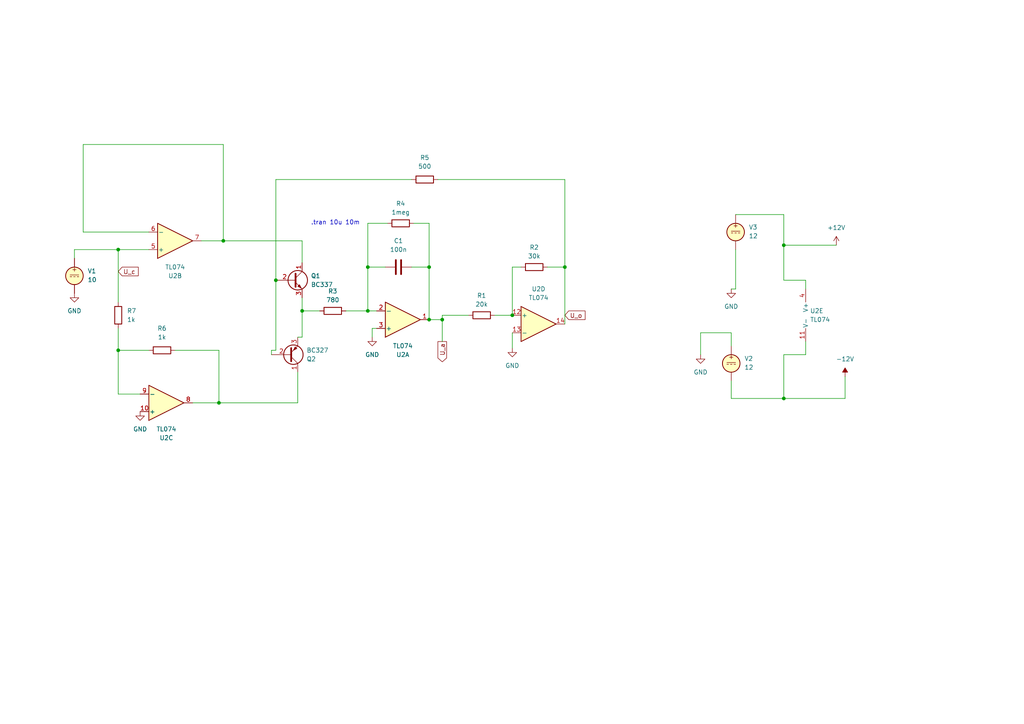
<source format=kicad_sch>
(kicad_sch (version 20230121) (generator eeschema)
  (paper "A4")
  (lib_symbols
    (symbol "Amplifier_Operational:TL074" (pin_names (offset 0.127))
      (property "Reference" "U" (at 0 5.08 0))
      (property "Value" "TL074" (at 0 -5.08 0))
      (symbol "TL074_1_1"
        (polyline (pts (xy -5.08 5.08) (xy 5.08 0) (xy -5.08 -5.08) (xy -5.08 5.08)) (stroke (width 0.254)) (fill (type background)))
        (pin output line (at 7.62 0 180) (length 2.54) (name "~") (number "1"))
        (pin input line (at -7.62 -2.54 0) (length 2.54) (name "-") (number "2"))
        (pin input line (at -7.62 2.54 0) (length 2.54) (name "+") (number "3"))
      )
      (symbol "TL074_2_1"
        (polyline (pts (xy -5.08 5.08) (xy 5.08 0) (xy -5.08 -5.08) (xy -5.08 5.08)) (stroke (width 0.254)) (fill (type background)))
        (pin input line (at -7.62 2.54 0) (length 2.54) (name "+") (number "5"))
        (pin input line (at -7.62 -2.54 0) (length 2.54) (name "-") (number "6"))
        (pin output line (at 7.62 0 180) (length 2.54) (name "~") (number "7"))
      )
      (symbol "TL074_3_1"
        (polyline (pts (xy -5.08 5.08) (xy 5.08 0) (xy -5.08 -5.08) (xy -5.08 5.08)) (stroke (width 0.254)) (fill (type background)))
        (pin input line (at -7.62 2.54 0) (length 2.54) (name "+") (number "10"))
        (pin output line (at 7.62 0 180) (length 2.54) (name "~") (number "8"))
        (pin input line (at -7.62 -2.54 0) (length 2.54) (name "-") (number "9"))
      )
      (symbol "TL074_4_1"
        (polyline (pts (xy -5.08 5.08) (xy 5.08 0) (xy -5.08 -5.08) (xy -5.08 5.08)) (stroke (width 0.254)) (fill (type background)))
        (pin input line (at -7.62 2.54 0) (length 2.54) (name "+") (number "12"))
        (pin input line (at -7.62 -2.54 0) (length 2.54) (name "-") (number "13"))
        (pin output line (at 7.62 0 180) (length 2.54) (name "~") (number "14"))
      )
      (symbol "TL074_5_1"
        (pin power_in line (at -2.54 -7.62 90) (length 3.81) (name "V-") (number "11"))
        (pin power_in line (at -2.54 7.62 270) (length 3.81) (name "V+") (number "4"))
      )
    )
    (symbol "Device:C" (pin_numbers hide) (pin_names (offset 0.254))
      (property "Reference" "C" (at 0.635 2.54 0))
      (property "Value" "C" (at 0.635 -2.54 0))
      (symbol "C_0_1"
        (polyline (pts (xy -2.032 -0.762) (xy 2.032 -0.762)) (stroke (width 0.508)))
        (polyline (pts (xy -2.032 0.762) (xy 2.032 0.762)) (stroke (width 0.508)))
      )
      (symbol "C_1_1"
        (pin passive line (at 0 3.81 270) (length 2.794) (name "~") (number "1"))
        (pin passive line (at 0 -3.81 90) (length 2.794) (name "~") (number "2"))
      )
    )
    (symbol "Device:R" (pin_numbers hide) (pin_names (offset 0))
      (property "Reference" "R" (at 2.032 0 90))
      (property "Value" "R" (at 0 0 90))
      (symbol "R_0_1"
        (rectangle (start -1.016 -2.54) (end 1.016 2.54) (stroke (width 0.254)))
      )
      (symbol "R_1_1"
        (pin passive line (at 0 3.81 270) (length 1.27) (name "~") (number "1"))
        (pin passive line (at 0 -3.81 90) (length 1.27) (name "~") (number "2"))
      )
    )
    (symbol "Simulation_SPICE:VDC" (pin_numbers hide) (pin_names (offset 0.0254))
      (property "Reference" "V" (at 2.54 2.54 0))
      (property "Value" "1" (at 2.54 0 0))
      (symbol "VDC_0_0"
        (polyline (pts (xy -1.27 0.254) (xy 1.27 0.254)))
        (polyline (pts (xy -0.762 -0.254) (xy -1.27 -0.254)))
        (polyline (pts (xy 0.254 -0.254) (xy -0.254 -0.254)))
        (polyline (pts (xy 1.27 -0.254) (xy 0.762 -0.254)))
        (text "+" (at 0 1.905 0) (effects (font (size 1.27 1.27))))
      )
      (symbol "VDC_0_1"
        (circle (center 0 0) (radius 2.54) (stroke (width 0.254)) (fill (type background)))
      )
      (symbol "VDC_1_1"
        (pin passive line (at 0 5.08 270) (length 2.54) (name "~") (number "1"))
        (pin passive line (at 0 -5.08 90) (length 2.54) (name "~") (number "2"))
      )
    )
    (symbol "Transistor_BJT:BC327" (pin_names (offset 0) hide)
      (property "Reference" "Q" (at 5.08 1.905 0))
      (property "Value" "BC327" (at 5.08 0 0))
      (symbol "BC327_0_1"
        (polyline (pts (xy 0.635 0.635) (xy 2.54 2.54)))
        (polyline (pts (xy 0.635 -0.635) (xy 2.54 -2.54) (xy 2.54 -2.54)))
        (polyline (pts (xy 0.635 1.905) (xy 0.635 -1.905) (xy 0.635 -1.905)) (stroke (width 0.508)))
        (polyline (pts (xy 2.286 -1.778) (xy 1.778 -2.286) (xy 1.27 -1.27) (xy 2.286 -1.778) (xy 2.286 -1.778)) (fill (type outline)))
        (circle (center 1.27 0) (radius 2.8194) (stroke (width 0.254)))
      )
      (symbol "BC327_1_1"
        (pin passive line (at 2.54 5.08 270) (length 2.54) (name "C") (number "1"))
        (pin input line (at -5.08 0 0) (length 5.715) (name "B") (number "2"))
        (pin passive line (at 2.54 -5.08 90) (length 2.54) (name "E") (number "3"))
      )
    )
    (symbol "Transistor_BJT:BC337" (pin_names (offset 0) hide)
      (property "Reference" "Q" (at 5.08 1.905 0))
      (property "Value" "BC337" (at 5.08 0 0))
      (symbol "BC337_0_1"
        (polyline (pts (xy 0 0) (xy 0.635 0)))
        (polyline (pts (xy 0.635 0.635) (xy 2.54 2.54)))
        (polyline (pts (xy 0.635 -0.635) (xy 2.54 -2.54) (xy 2.54 -2.54)))
        (polyline (pts (xy 0.635 1.905) (xy 0.635 -1.905) (xy 0.635 -1.905)) (stroke (width 0.508)))
        (polyline (pts (xy 1.27 -1.778) (xy 1.778 -1.27) (xy 2.286 -2.286) (xy 1.27 -1.778) (xy 1.27 -1.778)) (fill (type outline)))
        (circle (center 1.27 0) (radius 2.8194) (stroke (width 0.254)))
      )
      (symbol "BC337_1_1"
        (pin passive line (at 2.54 5.08 270) (length 2.54) (name "C") (number "1"))
        (pin input line (at -5.08 0 0) (length 5.08) (name "B") (number "2"))
        (pin passive line (at 2.54 -5.08 90) (length 2.54) (name "E") (number "3"))
      )
    )
    (symbol "power:+12V" (power) (pin_names (offset 0))
      (property "Value" "+12V" (at 0 3.556 0))
      (symbol "+12V_0_1"
        (polyline (pts (xy -0.762 1.27) (xy 0 2.54)))
        (polyline (pts (xy 0 0) (xy 0 2.54)))
        (polyline (pts (xy 0 2.54) (xy 0.762 1.27)))
      )
      (symbol "+12V_1_1"
        (pin power_in line (at 0 0 90) (length 0) hide (name "+12V") (number "1"))
      )
    )
    (symbol "power:-12V" (power) (pin_names (offset 0))
      (property "Value" "-12V" (at 0 3.81 0))
      (symbol "-12V_0_0"
        (pin power_in line (at 0 0 90) (length 0) hide (name "-12V") (number "1"))
      )
      (symbol "-12V_0_1"
        (polyline (pts (xy 0 0) (xy 0 1.27) (xy 0.762 1.27) (xy 0 2.54) (xy -0.762 1.27) (xy 0 1.27)) (fill (type outline)))
      )
    )
    (symbol "power:GND" (power) (pin_names (offset 0))
      (property "Value" "GND" (at 0 -3.81 0))
      (symbol "GND_0_1"
        (polyline (pts (xy 0 0) (xy 0 -1.27) (xy 1.27 -1.27) (xy 0 -2.54) (xy -1.27 -1.27) (xy 0 -1.27)))
      )
      (symbol "GND_1_1"
        (pin power_in line (at 0 0 270) (length 0) hide (name "GND") (number "1"))
      )
    )
  )
  (junction (at 124.46 77.47))
  (junction (at 106.68 90.17))
  (junction (at 148.59 91.44))
  (junction (at 87.63 90.17))
  (junction (at 34.29 101.6))
  (junction (at 163.83 77.47))
  (junction (at 63.5 116.84))
  (junction (at 106.68 77.47))
  (junction (at 227.33 71.12))
  (junction (at 227.33 115.57))
  (junction (at 80.01 81.28))
  (junction (at 124.46 92.71))
  (junction (at 34.29 72.39))
  (junction (at 128.27 92.71))
  (junction (at 64.77 69.85))
  (wire (pts (xy 34.29 101.6) (xy 43.18 101.6)))
  (wire (pts (xy 64.77 41.91) (xy 24.13 41.91)))
  (wire (pts (xy 34.29 95.25) (xy 34.29 101.6)))
  (wire (pts (xy 227.33 81.28) (xy 233.68 81.28)))
  (wire (pts (xy 163.83 77.47) (xy 163.83 52.07)))
  (wire (pts (xy 203.2 96.52) (xy 212.09 96.52)))
  (wire (pts (xy 213.36 72.39) (xy 213.36 83.82)))
  (wire (pts (xy 148.59 77.47) (xy 148.59 91.44)))
  (wire (pts (xy 163.83 77.47) (xy 163.83 93.98)))
  (wire (pts (xy 24.13 67.31) (xy 43.18 67.31)))
  (wire (pts (xy 111.76 77.47) (xy 106.68 77.47)))
  (wire (pts (xy 242.57 71.12) (xy 227.33 71.12)))
  (wire (pts (xy 158.75 77.47) (xy 163.83 77.47)))
  (wire (pts (xy 227.33 71.12) (xy 227.33 81.28)))
  (wire (pts (xy 124.46 64.77) (xy 124.46 77.47)))
  (wire (pts (xy 63.5 101.6) (xy 63.5 116.84)))
  (wire (pts (xy 213.36 62.23) (xy 227.33 62.23)))
  (wire (pts (xy 64.77 69.85) (xy 64.77 41.91)))
  (wire (pts (xy 34.29 101.6) (xy 34.29 114.3)))
  (wire (pts (xy 128.27 91.44) (xy 128.27 92.71)))
  (wire (pts (xy 128.27 91.44) (xy 135.89 91.44)))
  (wire (pts (xy 128.27 92.71) (xy 124.46 92.71)))
  (wire (pts (xy 58.42 69.85) (xy 64.77 69.85)))
  (wire (pts (xy 148.59 96.52) (xy 148.59 100.965)))
  (wire (pts (xy 86.36 116.84) (xy 86.36 107.95)))
  (wire (pts (xy 100.33 90.17) (xy 106.68 90.17)))
  (wire (pts (xy 143.51 91.44) (xy 148.59 91.44)))
  (wire (pts (xy 213.36 83.82) (xy 212.09 83.82)))
  (wire (pts (xy 80.01 52.07) (xy 80.01 81.28)))
  (wire (pts (xy 119.38 77.47) (xy 124.46 77.47)))
  (wire (pts (xy 227.33 115.57) (xy 245.11 115.57)))
  (wire (pts (xy 128.27 92.71) (xy 128.27 99.06)))
  (wire (pts (xy 212.09 115.57) (xy 227.33 115.57)))
  (wire (pts (xy 212.09 96.52) (xy 212.09 100.33)))
  (wire (pts (xy 34.29 72.39) (xy 34.29 87.63)))
  (wire (pts (xy 163.83 52.07) (xy 127 52.07)))
  (wire (pts (xy 87.63 86.36) (xy 87.63 90.17)))
  (wire (pts (xy 120.015 64.77) (xy 124.46 64.77)))
  (wire (pts (xy 124.46 77.47) (xy 124.46 92.71)))
  (wire (pts (xy 227.33 102.87) (xy 227.33 115.57)))
  (wire (pts (xy 106.68 90.17) (xy 109.22 90.17)))
  (wire (pts (xy 119.38 52.07) (xy 80.01 52.07)))
  (wire (pts (xy 80.01 101.6) (xy 78.74 101.6)))
  (wire (pts (xy 227.33 62.23) (xy 227.33 71.12)))
  (wire (pts (xy 233.68 99.06) (xy 233.68 102.87)))
  (wire (pts (xy 233.68 83.82) (xy 233.68 81.28)))
  (wire (pts (xy 63.5 116.84) (xy 86.36 116.84)))
  (wire (pts (xy 203.2 102.87) (xy 203.2 96.52)))
  (wire (pts (xy 87.63 69.85) (xy 64.77 69.85)))
  (wire (pts (xy 87.63 76.2) (xy 87.63 69.85)))
  (wire (pts (xy 43.18 72.39) (xy 34.29 72.39)))
  (wire (pts (xy 109.22 95.25) (xy 107.95 95.25)))
  (wire (pts (xy 151.13 77.47) (xy 148.59 77.47)))
  (wire (pts (xy 227.33 102.87) (xy 233.68 102.87)))
  (wire (pts (xy 212.09 110.49) (xy 212.09 115.57)))
  (wire (pts (xy 21.59 72.39) (xy 34.29 72.39)))
  (wire (pts (xy 50.8 101.6) (xy 63.5 101.6)))
  (wire (pts (xy 87.63 90.17) (xy 92.71 90.17)))
  (wire (pts (xy 107.95 95.25) (xy 107.95 97.79)))
  (wire (pts (xy 24.13 41.91) (xy 24.13 67.31)))
  (wire (pts (xy 55.88 116.84) (xy 63.5 116.84)))
  (wire (pts (xy 112.395 64.77) (xy 106.68 64.77)))
  (wire (pts (xy 78.74 101.6) (xy 78.74 102.87)))
  (wire (pts (xy 106.68 77.47) (xy 106.68 90.17)))
  (wire (pts (xy 21.59 74.93) (xy 21.59 72.39)))
  (wire (pts (xy 80.01 81.28) (xy 80.01 101.6)))
  (wire (pts (xy 87.63 90.17) (xy 87.63 97.79)))
  (wire (pts (xy 34.29 114.3) (xy 40.64 114.3)))
  (wire (pts (xy 87.63 97.79) (xy 86.36 97.79)))
  (wire (pts (xy 245.11 109.22) (xy 245.11 115.57)))
  (wire (pts (xy 106.68 64.77) (xy 106.68 77.47)))
  (text ".tran 10u 10m\n" (at 90.17 65.405 0) (effects (font (size 1.27 1.27)) (justify left bottom)))
  (global_label "U_a" (shape output) (at 128.27 99.06 270) (property "Intersheetrefs" "${INTERSHEET_REFS}" (effects hide)))
  (global_label "U_c" (shape input) (at 34.29 78.74 0) (property "Intersheetrefs" "${INTERSHEET_REFS}" (effects hide)))
  (global_label "U_o" (shape input) (at 163.83 91.44 0) (property "Intersheetrefs" "${INTERSHEET_REFS}" (effects hide)))
  (symbol (lib_id "Simulation_SPICE:VDC") (at 212.09 105.41 0) (unit 1)
    (property "Reference" "V2" (at 215.9 104.0102 0) (effects (justify left)))
    (property "Value" "12" (at 215.9 106.5502 0) (effects (justify left)))
    (property "Sim.Pins" "1=+ 2=-" (effects hide))
    (property "Sim.Type" "DC" (effects hide))
    (property "Sim.Device" "V" (effects hide))
  )
  (symbol (lib_id "Amplifier_Operational:TL074") (at 48.26 116.84 0) (mirror x) (unit 3)
    (property "Reference" "U2" (at 48.26 127 0))
    (property "Value" "TL074" (at 48.26 124.46 0))
    (property "Datasheet" "http://www.ti.com/lit/ds/symlink/tl071.pdf" (effects hide))
    (property "Sim.Library" "TL074.lib" (effects hide))
    (property "Sim.Name" "TL074c" (effects hide))
    (property "Sim.Device" "SUBCKT" (effects hide))
    (property "Sim.Pins" "1=1out 2=1in- 3=1in+ 4=vcc+ 5=2in+ 6=2in- 7=2out 8=3out 9=3in- 10=3in+ 11=vcc- 12=4in+ 13=4in- 14=4out" (effects hide))
  )
  (symbol (lib_id "power:GND") (at 107.95 97.79 0) (unit 1)
    (property "Reference" "#PWR02" (effects hide))
    (property "Value" "GND" (at 107.95 102.87 0))
  )
  (symbol (lib_id "power:GND") (at 40.64 119.38 0) (unit 1)
    (property "Reference" "#PWR07" (effects hide))
    (property "Value" "GND" (at 40.64 124.46 0))
  )
  (symbol (lib_id "Device:C") (at 115.57 77.47 90) (unit 1)
    (property "Reference" "C1" (at 115.57 69.85 90))
    (property "Value" "100n" (at 115.57 72.39 90))
  )
  (symbol (lib_id "power:-12V") (at 245.11 109.22 0) (unit 1)
    (property "Reference" "#PWR06" (effects hide))
    (property "Value" "-12V" (at 245.11 104.14 0))
  )
  (symbol (lib_id "Amplifier_Operational:TL074") (at 236.22 91.44 0) (unit 5)
    (property "Reference" "U2" (at 234.95 90.17 0) (effects (justify left)))
    (property "Value" "TL074" (at 234.95 92.71 0) (effects (justify left)))
    (property "Datasheet" "http://www.ti.com/lit/ds/symlink/tl071.pdf" (effects hide))
    (property "Sim.Library" "TL074.lib" (effects hide))
    (property "Sim.Name" "TL074c" (effects hide))
    (property "Sim.Device" "SUBCKT" (effects hide))
    (property "Sim.Pins" "1=1out 2=1in- 3=1in+ 4=vcc+ 5=2in+ 6=2in- 7=2out 8=3out 9=3in- 10=3in+ 11=vcc- 12=4in+ 13=4in- 14=4out" (effects hide))
  )
  (symbol (lib_id "Device:R") (at 34.29 91.44 180) (unit 1)
    (property "Reference" "R7" (at 36.83 90.17 0) (effects (justify right)))
    (property "Value" "1k" (at 36.83 92.71 0) (effects (justify right)))
    (property "Sim.Device" "R" (effects hide))
    (property "Sim.Pins" "1=+ 2=-" (effects hide))
  )
  (symbol (lib_id "power:+12V") (at 242.57 71.12 0) (unit 1)
    (property "Reference" "#PWR05" (effects hide))
    (property "Value" "+12V" (at 242.57 66.04 0))
  )
  (symbol (lib_id "Amplifier_Operational:TL074") (at 156.21 93.98 0) (unit 4)
    (property "Reference" "U2" (at 156.21 83.82 0))
    (property "Value" "TL074" (at 156.21 86.36 0))
    (property "Datasheet" "http://www.ti.com/lit/ds/symlink/tl071.pdf" (effects hide))
    (property "Sim.Library" "TL074.lib" (effects hide))
    (property "Sim.Name" "TL074c" (effects hide))
    (property "Sim.Device" "SUBCKT" (effects hide))
    (property "Sim.Pins" "1=1out 2=1in- 3=1in+ 4=vcc+ 5=2in+ 6=2in- 7=2out 8=3out 9=3in- 10=3in+ 11=vcc- 12=4in+ 13=4in- 14=4out" (effects hide))
  )
  (symbol (lib_id "power:GND") (at 212.09 83.82 0) (unit 1)
    (property "Reference" "#PWR04" (effects hide))
    (property "Value" "GND" (at 212.09 88.9 0))
  )
  (symbol (lib_id "Device:R") (at 139.7 91.44 90) (unit 1)
    (property "Reference" "R1" (at 139.7 85.725 90))
    (property "Value" "20k" (at 139.7 88.265 90))
    (property "Sim.Device" "R" (effects hide))
    (property "Sim.Pins" "1=+ 2=-" (effects hide))
  )
  (symbol (lib_id "power:GND") (at 203.2 102.87 0) (unit 1)
    (property "Reference" "#PWR03" (effects hide))
    (property "Value" "GND" (at 203.2 107.95 0))
  )
  (symbol (lib_id "Transistor_BJT:BC327") (at 83.82 102.87 0) (mirror x) (unit 1)
    (property "Reference" "Q2" (at 88.9 104.14 0) (effects (justify left)))
    (property "Value" "BC327" (at 88.9 101.6 0) (effects (justify left)))
    (property "Footprint" "Package_TO_SOT_THT:TO-92_Inline" (effects hide))
    (property "Datasheet" "http://www.onsemi.com/pub_link/Collateral/BC327-D.PDF" (effects hide))
    (property "Sim.Library" "bc327.lib" (effects hide))
    (property "Sim.Name" "BC327" (effects hide))
    (property "Sim.Device" "PNP" (effects hide))
    (property "Sim.Type" "GUMMELPOON" (effects hide))
    (property "Sim.Pins" "1=C 2=B 3=E" (effects hide))
  )
  (symbol (lib_id "Device:R") (at 116.205 64.77 90) (unit 1)
    (property "Reference" "R4" (at 116.205 59.055 90))
    (property "Value" "1meg" (at 116.205 61.595 90))
  )
  (symbol (lib_id "Device:R") (at 123.19 52.07 90) (unit 1)
    (property "Reference" "R5" (at 123.19 45.72 90))
    (property "Value" "500" (at 123.19 48.26 90))
  )
  (symbol (lib_id "Device:R") (at 154.94 77.47 90) (unit 1)
    (property "Reference" "R2" (at 154.94 71.755 90))
    (property "Value" "30k" (at 154.94 74.295 90))
    (property "Sim.Device" "R" (effects hide))
    (property "Sim.Pins" "1=+ 2=-" (effects hide))
  )
  (symbol (lib_id "Amplifier_Operational:TL074") (at 50.8 69.85 0) (mirror x) (unit 2)
    (property "Reference" "U2" (at 50.8 80.01 0))
    (property "Value" "TL074" (at 50.8 77.47 0))
    (property "Datasheet" "http://www.ti.com/lit/ds/symlink/tl071.pdf" (effects hide))
    (property "Sim.Library" "TL074.lib" (effects hide))
    (property "Sim.Name" "TL074c" (effects hide))
    (property "Sim.Device" "SUBCKT" (effects hide))
    (property "Sim.Pins" "1=1out 2=1in- 3=1in+ 4=vcc+ 5=2in+ 6=2in- 7=2out 8=3out 9=3in- 10=3in+ 11=vcc- 12=4in+ 13=4in- 14=4out" (effects hide))
  )
  (symbol (lib_id "Device:R") (at 46.99 101.6 90) (unit 1)
    (property "Reference" "R6" (at 46.99 95.25 90))
    (property "Value" "1k" (at 46.99 97.79 90))
    (property "Sim.Device" "R" (effects hide))
    (property "Sim.Pins" "1=+ 2=-" (effects hide))
  )
  (symbol (lib_id "Amplifier_Operational:TL074") (at 116.84 92.71 0) (mirror x) (unit 1)
    (property "Reference" "U2" (at 116.84 102.87 0))
    (property "Value" "TL074" (at 116.84 100.33 0))
    (property "Datasheet" "http://www.ti.com/lit/ds/symlink/tl071.pdf" (effects hide))
    (property "Sim.Library" "TL074.lib" (effects hide))
    (property "Sim.Name" "TL074c" (effects hide))
    (property "Sim.Device" "SUBCKT" (effects hide))
    (property "Sim.Pins" "1=1out 2=1in- 3=1in+ 4=vcc+ 5=2in+ 6=2in- 7=2out 8=3out 9=3in- 10=3in+ 11=vcc- 12=4in+ 13=4in- 14=4out" (effects hide))
  )
  (symbol (lib_id "Simulation_SPICE:VDC") (at 21.59 80.01 0) (unit 1)
    (property "Reference" "V1" (at 25.4 78.6102 0) (effects (justify left)))
    (property "Value" "10" (at 25.4 81.1502 0) (effects (justify left)))
    (property "Sim.Pins" "1=+ 2=-" (effects hide))
    (property "Sim.Type" "DC" (effects hide))
    (property "Sim.Device" "V" (effects hide))
  )
  (symbol (lib_id "Device:R") (at 96.52 90.17 90) (unit 1)
    (property "Reference" "R3" (at 96.52 84.455 90))
    (property "Value" "780" (at 96.52 86.995 90))
    (property "Sim.Device" "R" (effects hide))
    (property "Sim.Pins" "1=+ 2=-" (effects hide))
  )
  (symbol (lib_id "Transistor_BJT:BC337") (at 85.09 81.28 0) (unit 1)
    (property "Reference" "Q1" (at 90.17 80.01 0) (effects (justify left)))
    (property "Value" "BC337" (at 90.17 82.55 0) (effects (justify left)))
    (property "Footprint" "Package_TO_SOT_THT:TO-92_Inline" (effects hide))
    (property "Datasheet" "https://diotec.com/tl_files/diotec/files/pdf/datasheets/bc337.pdf" (effects hide))
    (property "Sim.Library" "bc337.lib" (effects hide))
    (property "Sim.Name" "BC337" (effects hide))
    (property "Sim.Device" "NPN" (effects hide))
    (property "Sim.Type" "GUMMELPOON" (effects hide))
    (property "Sim.Pins" "1=C 2=B 3=E" (effects hide))
  )
  (symbol (lib_id "Simulation_SPICE:VDC") (at 213.36 67.31 0) (unit 1)
    (property "Reference" "V3" (at 217.17 65.9102 0) (effects (justify left)))
    (property "Value" "12" (at 217.17 68.4502 0) (effects (justify left)))
    (property "Sim.Pins" "1=+ 2=-" (effects hide))
    (property "Sim.Type" "DC" (effects hide))
    (property "Sim.Device" "V" (effects hide))
  )
  (symbol (lib_id "power:GND") (at 21.59 85.09 0) (unit 1)
    (property "Reference" "#PWR08" (effects hide))
    (property "Value" "GND" (at 21.59 90.17 0))
  )
  (symbol (lib_id "power:GND") (at 148.59 100.965 0) (unit 1)
    (property "Reference" "#PWR01" (effects hide))
    (property "Value" "GND" (at 148.59 106.045 0))
  )
)
</source>
